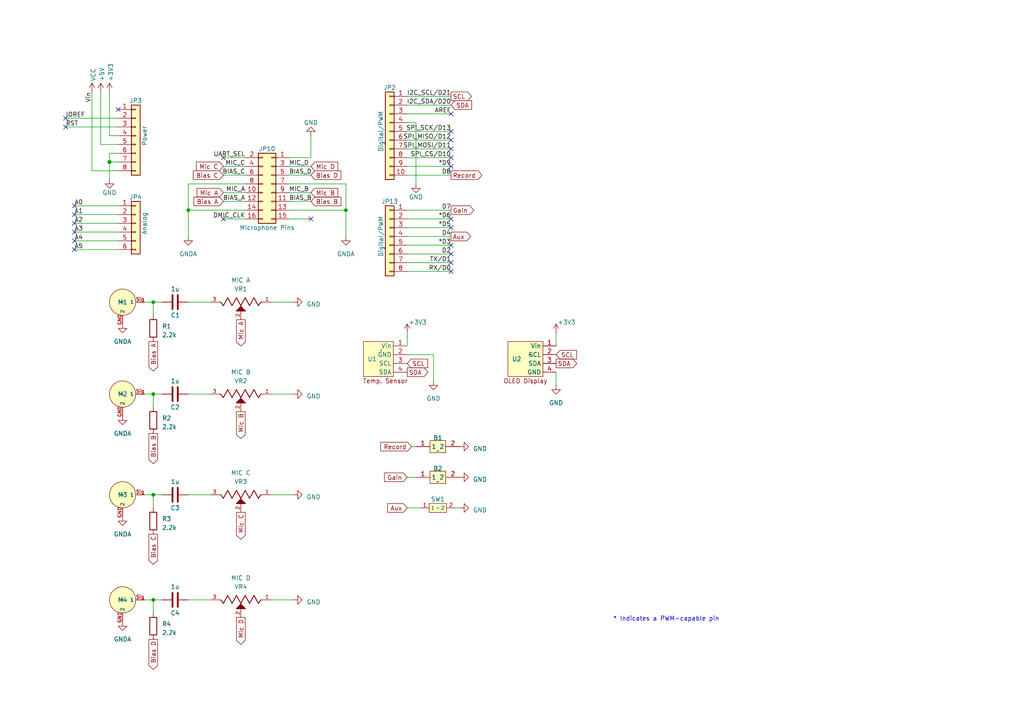
<source format=kicad_sch>
(kicad_sch (version 20230121) (generator eeschema)
  (paper "A4")
  (title_block (title "Memphis Acoustic Sensor") (date "mar. 31 mars 2015"))
  (lib_symbols
    (symbol "3296W-1-103:3296W-1-103" (pin_names (offset 1.016))
      (property "Reference" "VR" (at -6.35 3.81 0))
      (property "Value" "3296W-1-103" (at -5.0926 -5.0926 0))
      (symbol "3296W-1-103_0_0"
        (polyline (pts (xy -6.35 0) (xy -5.842 0)) (stroke (width 0.1524)))
        (polyline (pts (xy -5.842 0) (xy -5.08 1.016)) (stroke (width 0.254)))
        (polyline (pts (xy -5.08 1.016) (xy -3.81 -1.27)) (stroke (width 0.254)))
        (polyline (pts (xy -3.81 -1.27) (xy -2.54 1.016)) (stroke (width 0.254)))
        (polyline (pts (xy -2.54 1.016) (xy -1.27 -1.27)) (stroke (width 0.254)))
        (polyline (pts (xy -1.27 -1.27) (xy 0 1.016)) (stroke (width 0.254)))
        (polyline (pts (xy -1.27 2.54) (xy 1.27 2.54)) (stroke (width 0.254)))
        (polyline (pts (xy 0 1.016) (xy 1.27 -1.27)) (stroke (width 0.254)))
        (polyline (pts (xy 0 1.27) (xy -1.27 2.54)) (stroke (width 0.254)))
        (polyline (pts (xy 1.27 -1.27) (xy 2.54 1.016)) (stroke (width 0.254)))
        (polyline (pts (xy 1.27 2.54) (xy 0 1.27)) (stroke (width 0.254)))
        (polyline (pts (xy 2.54 1.016) (xy 3.81 -1.27)) (stroke (width 0.254)))
        (polyline (pts (xy 3.81 -1.27) (xy 5.08 1.016)) (stroke (width 0.254)))
        (polyline (pts (xy 5.842 0) (xy 5.08 1.016)) (stroke (width 0.254)))
        (polyline (pts (xy 5.842 0) (xy 6.35 0)) (stroke (width 0.1524)))
        (polyline (pts (xy -1.27 2.54) (xy 1.27 2.54) (xy 0 1.27) (xy -1.27 2.54)) (stroke (width 0.254)) (fill (type outline)))
        (pin passive line (at -8.89 0 0) (length 2.54) (name "~") (number "1"))
        (pin passive line (at 0 5.08 270) (length 2.54) (name "~") (number "2"))
        (pin passive line (at 8.89 0 180) (length 2.54) (name "~") (number "3"))
      )
    )
    (symbol "Connector_Generic:Conn_01x06" (pin_names (offset 1.016) hide)
      (property "Reference" "J" (at 0 7.62 0))
      (property "Value" "Conn_01x06" (at 0 -10.16 0))
      (symbol "Conn_01x06_1_1"
        (rectangle (start -1.27 -7.493) (end 0 -7.747) (stroke (width 0.1524)))
        (rectangle (start -1.27 -4.953) (end 0 -5.207) (stroke (width 0.1524)))
        (rectangle (start -1.27 -2.413) (end 0 -2.667) (stroke (width 0.1524)))
        (rectangle (start -1.27 0.127) (end 0 -0.127) (stroke (width 0.1524)))
        (rectangle (start -1.27 2.667) (end 0 2.413) (stroke (width 0.1524)))
        (rectangle (start -1.27 5.207) (end 0 4.953) (stroke (width 0.1524)))
        (rectangle (start -1.27 6.35) (end 1.27 -8.89) (stroke (width 0.254)) (fill (type background)))
        (pin passive line (at -5.08 5.08 0) (length 3.81) (name "Pin_1") (number "1"))
        (pin passive line (at -5.08 2.54 0) (length 3.81) (name "Pin_2") (number "2"))
        (pin passive line (at -5.08 0 0) (length 3.81) (name "Pin_3") (number "3"))
        (pin passive line (at -5.08 -2.54 0) (length 3.81) (name "Pin_4") (number "4"))
        (pin passive line (at -5.08 -5.08 0) (length 3.81) (name "Pin_5") (number "5"))
        (pin passive line (at -5.08 -7.62 0) (length 3.81) (name "Pin_6") (number "6"))
      )
    )
    (symbol "Connector_Generic:Conn_01x08" (pin_names (offset 1.016) hide)
      (property "Reference" "J" (at 0 10.16 0))
      (property "Value" "Conn_01x08" (at 0 -12.7 0))
      (symbol "Conn_01x08_1_1"
        (rectangle (start -1.27 -10.033) (end 0 -10.287) (stroke (width 0.1524)))
        (rectangle (start -1.27 -7.493) (end 0 -7.747) (stroke (width 0.1524)))
        (rectangle (start -1.27 -4.953) (end 0 -5.207) (stroke (width 0.1524)))
        (rectangle (start -1.27 -2.413) (end 0 -2.667) (stroke (width 0.1524)))
        (rectangle (start -1.27 0.127) (end 0 -0.127) (stroke (width 0.1524)))
        (rectangle (start -1.27 2.667) (end 0 2.413) (stroke (width 0.1524)))
        (rectangle (start -1.27 5.207) (end 0 4.953) (stroke (width 0.1524)))
        (rectangle (start -1.27 7.747) (end 0 7.493) (stroke (width 0.1524)))
        (rectangle (start -1.27 8.89) (end 1.27 -11.43) (stroke (width 0.254)) (fill (type background)))
        (pin passive line (at -5.08 7.62 0) (length 3.81) (name "Pin_1") (number "1"))
        (pin passive line (at -5.08 5.08 0) (length 3.81) (name "Pin_2") (number "2"))
        (pin passive line (at -5.08 2.54 0) (length 3.81) (name "Pin_3") (number "3"))
        (pin passive line (at -5.08 0 0) (length 3.81) (name "Pin_4") (number "4"))
        (pin passive line (at -5.08 -2.54 0) (length 3.81) (name "Pin_5") (number "5"))
        (pin passive line (at -5.08 -5.08 0) (length 3.81) (name "Pin_6") (number "6"))
        (pin passive line (at -5.08 -7.62 0) (length 3.81) (name "Pin_7") (number "7"))
        (pin passive line (at -5.08 -10.16 0) (length 3.81) (name "Pin_8") (number "8"))
      )
    )
    (symbol "Connector_Generic:Conn_01x10" (pin_names (offset 1.016) hide)
      (property "Reference" "J" (at 0 12.7 0))
      (property "Value" "Conn_01x10" (at 0 -15.24 0))
      (symbol "Conn_01x10_1_1"
        (rectangle (start -1.27 -12.573) (end 0 -12.827) (stroke (width 0.1524)))
        (rectangle (start -1.27 -10.033) (end 0 -10.287) (stroke (width 0.1524)))
        (rectangle (start -1.27 -7.493) (end 0 -7.747) (stroke (width 0.1524)))
        (rectangle (start -1.27 -4.953) (end 0 -5.207) (stroke (width 0.1524)))
        (rectangle (start -1.27 -2.413) (end 0 -2.667) (stroke (width 0.1524)))
        (rectangle (start -1.27 0.127) (end 0 -0.127) (stroke (width 0.1524)))
        (rectangle (start -1.27 2.667) (end 0 2.413) (stroke (width 0.1524)))
        (rectangle (start -1.27 5.207) (end 0 4.953) (stroke (width 0.1524)))
        (rectangle (start -1.27 7.747) (end 0 7.493) (stroke (width 0.1524)))
        (rectangle (start -1.27 10.287) (end 0 10.033) (stroke (width 0.1524)))
        (rectangle (start -1.27 11.43) (end 1.27 -13.97) (stroke (width 0.254)) (fill (type background)))
        (pin passive line (at -5.08 10.16 0) (length 3.81) (name "Pin_1") (number "1"))
        (pin passive line (at -5.08 -12.7 0) (length 3.81) (name "Pin_10") (number "10"))
        (pin passive line (at -5.08 7.62 0) (length 3.81) (name "Pin_2") (number "2"))
        (pin passive line (at -5.08 5.08 0) (length 3.81) (name "Pin_3") (number "3"))
        (pin passive line (at -5.08 2.54 0) (length 3.81) (name "Pin_4") (number "4"))
        (pin passive line (at -5.08 0 0) (length 3.81) (name "Pin_5") (number "5"))
        (pin passive line (at -5.08 -2.54 0) (length 3.81) (name "Pin_6") (number "6"))
        (pin passive line (at -5.08 -5.08 0) (length 3.81) (name "Pin_7") (number "7"))
        (pin passive line (at -5.08 -7.62 0) (length 3.81) (name "Pin_8") (number "8"))
        (pin passive line (at -5.08 -10.16 0) (length 3.81) (name "Pin_9") (number "9"))
      )
    )
    (symbol "Connector_Generic:Conn_02x08_Odd_Even" (pin_names (offset 1.016) hide)
      (property "Reference" "J" (at 1.27 10.16 0))
      (property "Value" "Conn_02x08_Odd_Even" (at 1.27 -12.7 0))
      (symbol "Conn_02x08_Odd_Even_1_1"
        (rectangle (start -1.27 -10.033) (end 0 -10.287) (stroke (width 0.1524)))
        (rectangle (start -1.27 -7.493) (end 0 -7.747) (stroke (width 0.1524)))
        (rectangle (start -1.27 -4.953) (end 0 -5.207) (stroke (width 0.1524)))
        (rectangle (start -1.27 -2.413) (end 0 -2.667) (stroke (width 0.1524)))
        (rectangle (start -1.27 0.127) (end 0 -0.127) (stroke (width 0.1524)))
        (rectangle (start -1.27 2.667) (end 0 2.413) (stroke (width 0.1524)))
        (rectangle (start -1.27 5.207) (end 0 4.953) (stroke (width 0.1524)))
        (rectangle (start -1.27 7.747) (end 0 7.493) (stroke (width 0.1524)))
        (rectangle (start -1.27 8.89) (end 3.81 -11.43) (stroke (width 0.254)) (fill (type background)))
        (rectangle (start 3.81 -10.033) (end 2.54 -10.287) (stroke (width 0.1524)))
        (rectangle (start 3.81 -7.493) (end 2.54 -7.747) (stroke (width 0.1524)))
        (rectangle (start 3.81 -4.953) (end 2.54 -5.207) (stroke (width 0.1524)))
        (rectangle (start 3.81 -2.413) (end 2.54 -2.667) (stroke (width 0.1524)))
        (rectangle (start 3.81 0.127) (end 2.54 -0.127) (stroke (width 0.1524)))
        (rectangle (start 3.81 2.667) (end 2.54 2.413) (stroke (width 0.1524)))
        (rectangle (start 3.81 5.207) (end 2.54 4.953) (stroke (width 0.1524)))
        (rectangle (start 3.81 7.747) (end 2.54 7.493) (stroke (width 0.1524)))
        (pin passive line (at -5.08 7.62 0) (length 3.81) (name "Pin_1") (number "1"))
        (pin passive line (at 7.62 -2.54 180) (length 3.81) (name "Pin_10") (number "10"))
        (pin passive line (at -5.08 -5.08 0) (length 3.81) (name "Pin_11") (number "11"))
        (pin passive line (at 7.62 -5.08 180) (length 3.81) (name "Pin_12") (number "12"))
        (pin passive line (at -5.08 -7.62 0) (length 3.81) (name "Pin_13") (number "13"))
        (pin passive line (at 7.62 -7.62 180) (length 3.81) (name "Pin_14") (number "14"))
        (pin passive line (at -5.08 -10.16 0) (length 3.81) (name "Pin_15") (number "15"))
        (pin passive line (at 7.62 -10.16 180) (length 3.81) (name "Pin_16") (number "16"))
        (pin passive line (at 7.62 7.62 180) (length 3.81) (name "Pin_2") (number "2"))
        (pin passive line (at -5.08 5.08 0) (length 3.81) (name "Pin_3") (number "3"))
        (pin passive line (at 7.62 5.08 180) (length 3.81) (name "Pin_4") (number "4"))
        (pin passive line (at -5.08 2.54 0) (length 3.81) (name "Pin_5") (number "5"))
        (pin passive line (at 7.62 2.54 180) (length 3.81) (name "Pin_6") (number "6"))
        (pin passive line (at -5.08 0 0) (length 3.81) (name "Pin_7") (number "7"))
        (pin passive line (at 7.62 0 180) (length 3.81) (name "Pin_8") (number "8"))
        (pin passive line (at -5.08 -2.54 0) (length 3.81) (name "Pin_9") (number "9"))
      )
    )
    (symbol "Device:C" (pin_numbers hide) (pin_names (offset 0.254))
      (property "Reference" "C" (at 0.635 2.54 0))
      (property "Value" "C" (at 0.635 -2.54 0))
      (symbol "C_0_1"
        (polyline (pts (xy -2.032 -0.762) (xy 2.032 -0.762)) (stroke (width 0.508)))
        (polyline (pts (xy -2.032 0.762) (xy 2.032 0.762)) (stroke (width 0.508)))
      )
      (symbol "C_1_1"
        (pin passive line (at 0 3.81 270) (length 2.794) (name "~") (number "1"))
        (pin passive line (at 0 -3.81 90) (length 2.794) (name "~") (number "2"))
      )
    )
    (symbol "Device:R" (pin_numbers hide) (pin_names (offset 0))
      (property "Reference" "R" (at 2.032 0 90))
      (property "Value" "R" (at 0 0 90))
      (symbol "R_0_1"
        (rectangle (start -1.016 -2.54) (end 1.016 2.54) (stroke (width 0.254)))
      )
      (symbol "R_1_1"
        (pin passive line (at 0 3.81 270) (length 1.27) (name "~") (number "1"))
        (pin passive line (at 0 -3.81 90) (length 1.27) (name "~") (number "2"))
      )
    )
    (symbol "GND_1" (power) (pin_names (offset 0))
      (property "Value" "GND_1" (at 0 -3.81 0))
      (symbol "GND_1_0_1"
        (polyline (pts (xy 0 0) (xy 0 -1.27) (xy 1.27 -1.27) (xy 0 -2.54) (xy -1.27 -1.27) (xy 0 -1.27)))
      )
      (symbol "GND_1_1_1"
        (pin power_in line (at 0 0 270) (length 0) hide (name "GND") (number "1"))
      )
    )
    (symbol "GND_2" (power) (pin_names (offset 0))
      (property "Value" "GND_2" (at 0 -3.81 0))
      (symbol "GND_2_0_1"
        (polyline (pts (xy 0 0) (xy 0 -1.27) (xy 1.27 -1.27) (xy 0 -2.54) (xy -1.27 -1.27) (xy 0 -1.27)))
      )
      (symbol "GND_2_1_1"
        (pin power_in line (at 0 0 270) (length 0) hide (name "GND") (number "1"))
      )
    )
    (symbol "GND_4" (power) (pin_names (offset 0))
      (property "Value" "GND_4" (at 0 -3.81 0))
      (symbol "GND_4_0_1"
        (polyline (pts (xy 0 0) (xy 0 -1.27) (xy 1.27 -1.27) (xy 0 -2.54) (xy -1.27 -1.27) (xy 0 -1.27)))
      )
      (symbol "GND_4_1_1"
        (pin power_in line (at 0 0 270) (length 0) hide (name "GND") (number "1"))
      )
    )
    (symbol "GND_5" (power) (pin_names (offset 0))
      (property "Value" "GND_5" (at 0 -3.81 0))
      (symbol "GND_5_0_1"
        (polyline (pts (xy 0 0) (xy 0 -1.27) (xy 1.27 -1.27) (xy 0 -2.54) (xy -1.27 -1.27) (xy 0 -1.27)))
      )
      (symbol "GND_5_1_1"
        (pin power_in line (at 0 0 270) (length 0) hide (name "GND") (number "1"))
      )
    )
    (symbol "GND_6" (power) (pin_names (offset 0))
      (property "Value" "GND_6" (at 0 -3.81 0))
      (symbol "GND_6_0_1"
        (polyline (pts (xy 0 0) (xy 0 -1.27) (xy 1.27 -1.27) (xy 0 -2.54) (xy -1.27 -1.27) (xy 0 -1.27)))
      )
      (symbol "GND_6_1_1"
        (pin power_in line (at 0 0 270) (length 0) hide (name "GND") (number "1"))
      )
    )
    (symbol "GND_7" (power) (pin_names (offset 0))
      (property "Value" "GND_7" (at 0 -3.81 0))
      (symbol "GND_7_0_1"
        (polyline (pts (xy 0 0) (xy 0 -1.27) (xy 1.27 -1.27) (xy 0 -2.54) (xy -1.27 -1.27) (xy 0 -1.27)))
      )
      (symbol "GND_7_1_1"
        (pin power_in line (at 0 0 270) (length 0) hide (name "GND") (number "1"))
      )
    )
    (symbol "GND_8" (power) (pin_names (offset 0))
      (property "Value" "GND_8" (at 0 -3.81 0))
      (symbol "GND_8_0_1"
        (polyline (pts (xy 0 0) (xy 0 -1.27) (xy 1.27 -1.27) (xy 0 -2.54) (xy -1.27 -1.27) (xy 0 -1.27)))
      )
      (symbol "GND_8_1_1"
        (pin power_in line (at 0 0 270) (length 0) hide (name "GND") (number "1"))
      )
    )
    (symbol "KevinAcousticSensor:BME280_PCB"
      (property "Reference" "U?" (at -3.81 0 0))
      (symbol "BME280_PCB_0_1"
        (rectangle (start -6.35 5.08) (end 2.286 -5.08) (fill (type background)))
        (text "Temp. Sensor" (at 0 -6.35 0) (effects (font (size 1.27 1.27))))
      )
      (symbol "BME280_PCB_1_1"
        (pin passive line (at 6.35 3.81 180) (length 4) (name "Vin") (number "1"))
        (pin passive line (at 6.35 1.27 180) (length 4) (name "GND") (number "2"))
        (pin passive line (at 6.35 -1.27 180) (length 4) (name "SCL") (number "3"))
        (pin passive line (at 6.35 -3.81 180) (length 4) (name "SDA") (number "4"))
      )
    )
    (symbol "KevinAcousticSensor:Button"
      (property "Reference" "B?" (at 0 4.064 0))
      (symbol "Button_0_1"
        (rectangle (start -2.286 3.048) (end 2.286 -0.508) (fill (type background)))
      )
      (symbol "Button_1_1"
        (pin bidirectional line (at -6.35 1.27 0) (length 4) (name "1") (number "1"))
        (pin bidirectional line (at 6.35 1.27 180) (length 4) (name "2") (number "2"))
      )
    )
    (symbol "KevinAcousticSensor:KevinMic"
      (property "Reference" "M?" (at 0 0 0))
      (symbol "KevinMic_0_0"
        (pin passive line (at 0 -6.35 90) (length 2.54) (name "2") (number "GND"))
        (pin passive line (at 6.35 0 180) (length 2.54) (name "1") (number "Sig"))
      )
      (symbol "KevinMic_0_1"
        (circle (center 0 0) (radius 3.81) (fill (type background)))
      )
    )
    (symbol "KevinAcousticSensor:OLED_Display"
      (property "Reference" "U?" (at -1.27 0 0))
      (symbol "OLED_Display_0_1"
        (rectangle (start -5.08 5.08) (end 5.08 -5.08) (fill (type background)))
        (text "OLED Display" (at 0 -6.35 0) (effects (font (size 1.27 1.27))))
      )
      (symbol "OLED_Display_1_1"
        (pin passive line (at 8.89 3.81 180) (length 3.81) (name "Vin") (number "1"))
        (pin passive line (at 8.89 1.27 180) (length 3.81) (name "SCL") (number "2"))
        (pin passive line (at 8.89 -1.27 180) (length 3.81) (name "SDA") (number "3"))
        (pin passive line (at 8.89 -3.81 180) (length 3.81) (name "GND") (number "4"))
      )
    )
    (symbol "KevinAcousticSensor:Switch"
      (property "Reference" "SW?" (at 0.254 3.048 0))
      (symbol "Switch_0_0"
        (pin passive line (at -5.08 0 0) (length 2.54) (name "1") (number "1"))
        (pin passive line (at 5.08 0 180) (length 2.54) (name "2") (number "2"))
      )
      (symbol "Switch_0_1"
        (rectangle (start -2.54 1.27) (end 2.54 -1.27) (fill (type background)))
      )
    )
    (symbol "power:+3V3" (power) (pin_names (offset 0))
      (property "Value" "+3V3" (at 0 3.556 0))
      (symbol "+3V3_0_1"
        (polyline (pts (xy -0.762 1.27) (xy 0 2.54)))
        (polyline (pts (xy 0 0) (xy 0 2.54)))
        (polyline (pts (xy 0 2.54) (xy 0.762 1.27)))
      )
      (symbol "+3V3_1_1"
        (pin power_in line (at 0 0 90) (length 0) hide (name "+3V3") (number "1"))
      )
    )
    (symbol "power:+5V" (power) (pin_names (offset 0))
      (property "Value" "+5V" (at 0 3.556 0))
      (symbol "+5V_0_1"
        (polyline (pts (xy -0.762 1.27) (xy 0 2.54)))
        (polyline (pts (xy 0 0) (xy 0 2.54)))
        (polyline (pts (xy 0 2.54) (xy 0.762 1.27)))
      )
      (symbol "+5V_1_1"
        (pin power_in line (at 0 0 90) (length 0) hide (name "+5V") (number "1"))
      )
    )
    (symbol "power:GND" (power) (pin_names (offset 0))
      (property "Value" "GND" (at 0 -3.81 0))
      (symbol "GND_0_1"
        (polyline (pts (xy 0 0) (xy 0 -1.27) (xy 1.27 -1.27) (xy 0 -2.54) (xy -1.27 -1.27) (xy 0 -1.27)))
      )
      (symbol "GND_1_1"
        (pin power_in line (at 0 0 270) (length 0) hide (name "GND") (number "1"))
      )
    )
    (symbol "power:GNDA" (power) (pin_names (offset 0))
      (property "Value" "GNDA" (at 0 -3.81 0))
      (symbol "GNDA_0_1"
        (polyline (pts (xy 0 0) (xy 0 -1.27) (xy 1.27 -1.27) (xy 0 -2.54) (xy -1.27 -1.27) (xy 0 -1.27)))
      )
      (symbol "GNDA_1_1"
        (pin power_in line (at 0 0 270) (length 0) hide (name "GNDA") (number "1"))
      )
    )
    (symbol "power:VCC" (power) (pin_names (offset 0))
      (property "Value" "VCC" (at 0 3.81 0))
      (symbol "VCC_0_1"
        (polyline (pts (xy -0.762 1.27) (xy 0 2.54)))
        (polyline (pts (xy 0 0) (xy 0 2.54)))
        (polyline (pts (xy 0 2.54) (xy 0.762 1.27)))
      )
      (symbol "VCC_1_1"
        (pin power_in line (at 0 0 90) (length 0) hide (name "VCC") (number "1"))
      )
    )
  )
  (junction (at 44.45 114.3))
  (junction (at 31.75 46.99) (diameter 1.016))
  (junction (at 100.33 60.96))
  (junction (at 44.45 173.99))
  (junction (at 44.45 143.51))
  (junction (at 54.61 60.96))
  (junction (at 44.45 87.63))
  (no_connect (at 21.59 59.69))
  (no_connect (at 130.81 63.5))
  (no_connect (at 64.77 63.5))
  (no_connect (at 21.59 67.31))
  (no_connect (at 130.81 33.02))
  (no_connect (at 130.81 45.72))
  (no_connect (at 21.59 72.39))
  (no_connect (at 130.81 43.18))
  (no_connect (at 130.81 71.12))
  (no_connect (at 21.59 64.77))
  (no_connect (at 19.05 36.83))
  (no_connect (at 130.81 40.64))
  (no_connect (at 130.81 38.1))
  (no_connect (at 130.81 48.26))
  (no_connect (at 34.29 31.75))
  (no_connect (at 64.77 45.72))
  (no_connect (at 21.59 69.85))
  (no_connect (at 19.05 34.29))
  (no_connect (at 130.81 66.04))
  (no_connect (at 130.81 76.2))
  (no_connect (at 130.81 78.74))
  (no_connect (at 90.17 63.5))
  (no_connect (at 130.81 73.66))
  (no_connect (at 21.59 62.23))
  (wire (pts (xy 118.11 78.74) (xy 130.81 78.74)))
  (wire (pts (xy 44.45 114.3) (xy 44.45 118.11)))
  (wire (pts (xy 118.11 45.72) (xy 130.81 45.72)))
  (wire (pts (xy 118.11 27.94) (xy 130.81 27.94)))
  (wire (pts (xy 90.17 58.42) (xy 83.82 58.42)))
  (wire (pts (xy 31.75 44.45) (xy 31.75 46.99)))
  (wire (pts (xy 21.59 72.39) (xy 34.29 72.39)))
  (wire (pts (xy 54.61 60.96) (xy 54.61 68.58)))
  (wire (pts (xy 78.74 114.3) (xy 85.09 114.3)))
  (wire (pts (xy 31.75 46.99) (xy 31.75 52.07)))
  (wire (pts (xy 161.29 96.52) (xy 161.29 100.33)))
  (wire (pts (xy 90.17 45.72) (xy 83.82 45.72)))
  (wire (pts (xy 31.75 39.37) (xy 34.29 39.37)))
  (wire (pts (xy 54.61 114.3) (xy 60.96 114.3)))
  (wire (pts (xy 29.21 41.91) (xy 34.29 41.91)))
  (wire (pts (xy 118.11 147.32) (xy 121.92 147.32)))
  (wire (pts (xy 29.21 26.67) (xy 29.21 41.91)))
  (wire (pts (xy 71.12 58.42) (xy 64.77 58.42)))
  (wire (pts (xy 118.11 38.1) (xy 130.81 38.1)))
  (wire (pts (xy 31.75 26.67) (xy 31.75 39.37)))
  (wire (pts (xy 118.11 60.96) (xy 130.81 60.96)))
  (wire (pts (xy 90.17 63.5) (xy 83.82 63.5)))
  (wire (pts (xy 54.61 60.96) (xy 71.12 60.96)))
  (wire (pts (xy 34.29 59.69) (xy 21.59 59.69)))
  (wire (pts (xy 71.12 55.88) (xy 64.77 55.88)))
  (wire (pts (xy 118.11 40.64) (xy 130.81 40.64)))
  (wire (pts (xy 44.45 143.51) (xy 46.99 143.51)))
  (wire (pts (xy 118.11 63.5) (xy 130.81 63.5)))
  (wire (pts (xy 44.45 173.99) (xy 44.45 177.8)))
  (wire (pts (xy 44.45 87.63) (xy 46.99 87.63)))
  (wire (pts (xy 100.33 60.96) (xy 100.33 68.58)))
  (wire (pts (xy 120.65 129.54) (xy 119.38 129.54)))
  (wire (pts (xy 90.17 55.88) (xy 83.82 55.88)))
  (wire (pts (xy 118.11 48.26) (xy 130.81 48.26)))
  (wire (pts (xy 161.29 107.95) (xy 161.29 111.76)))
  (wire (pts (xy 118.11 68.58) (xy 130.81 68.58)))
  (wire (pts (xy 44.45 87.63) (xy 44.45 91.44)))
  (wire (pts (xy 54.61 143.51) (xy 60.96 143.51)))
  (wire (pts (xy 71.12 48.26) (xy 64.77 48.26)))
  (wire (pts (xy 19.05 34.29) (xy 34.29 34.29)))
  (wire (pts (xy 41.91 143.51) (xy 44.45 143.51)))
  (wire (pts (xy 44.45 143.51) (xy 44.45 147.32)))
  (wire (pts (xy 54.61 53.34) (xy 54.61 60.96)))
  (wire (pts (xy 118.11 100.33) (xy 118.11 96.52)))
  (wire (pts (xy 78.74 173.99) (xy 85.09 173.99)))
  (wire (pts (xy 41.91 114.3) (xy 44.45 114.3)))
  (wire (pts (xy 100.33 53.34) (xy 83.82 53.34)))
  (wire (pts (xy 120.65 35.56) (xy 120.65 53.34)))
  (wire (pts (xy 132.08 147.32) (xy 133.35 147.32)))
  (wire (pts (xy 44.45 173.99) (xy 46.99 173.99)))
  (wire (pts (xy 118.11 33.02) (xy 130.81 33.02)))
  (wire (pts (xy 100.33 53.34) (xy 100.33 60.96)))
  (wire (pts (xy 78.74 143.51) (xy 85.09 143.51)))
  (wire (pts (xy 54.61 173.99) (xy 60.96 173.99)))
  (wire (pts (xy 34.29 64.77) (xy 21.59 64.77)))
  (wire (pts (xy 19.05 36.83) (xy 34.29 36.83)))
  (wire (pts (xy 78.74 87.63) (xy 85.09 87.63)))
  (wire (pts (xy 83.82 60.96) (xy 100.33 60.96)))
  (wire (pts (xy 34.29 46.99) (xy 31.75 46.99)))
  (wire (pts (xy 71.12 45.72) (xy 64.77 45.72)))
  (wire (pts (xy 34.29 49.53) (xy 26.67 49.53)))
  (wire (pts (xy 21.59 62.23) (xy 34.29 62.23)))
  (wire (pts (xy 90.17 50.8) (xy 83.82 50.8)))
  (wire (pts (xy 90.17 48.26) (xy 83.82 48.26)))
  (wire (pts (xy 44.45 114.3) (xy 46.99 114.3)))
  (wire (pts (xy 118.11 35.56) (xy 120.65 35.56)))
  (wire (pts (xy 34.29 44.45) (xy 31.75 44.45)))
  (wire (pts (xy 54.61 87.63) (xy 60.96 87.63)))
  (wire (pts (xy 118.11 43.18) (xy 130.81 43.18)))
  (wire (pts (xy 90.17 39.37) (xy 90.17 45.72)))
  (wire (pts (xy 71.12 53.34) (xy 54.61 53.34)))
  (wire (pts (xy 118.11 66.04) (xy 130.81 66.04)))
  (wire (pts (xy 21.59 67.31) (xy 34.29 67.31)))
  (wire (pts (xy 41.91 87.63) (xy 44.45 87.63)))
  (wire (pts (xy 41.91 173.99) (xy 44.45 173.99)))
  (wire (pts (xy 71.12 63.5) (xy 64.77 63.5)))
  (wire (pts (xy 125.73 102.87) (xy 125.73 110.49)))
  (wire (pts (xy 118.11 30.48) (xy 130.81 30.48)))
  (wire (pts (xy 118.11 73.66) (xy 130.81 73.66)))
  (wire (pts (xy 118.11 71.12) (xy 130.81 71.12)))
  (wire (pts (xy 120.65 138.43) (xy 118.11 138.43)))
  (wire (pts (xy 118.11 102.87) (xy 125.73 102.87)))
  (wire (pts (xy 118.11 76.2) (xy 130.81 76.2)))
  (wire (pts (xy 26.67 49.53) (xy 26.67 26.67)))
  (wire (pts (xy 71.12 50.8) (xy 64.77 50.8)))
  (wire (pts (xy 34.29 69.85) (xy 21.59 69.85)))
  (wire (pts (xy 118.11 50.8) (xy 130.81 50.8)))
  (text "* Indicates a PWM-capable pin" (at 177.8 180.34 0) (effects (font (size 1.27 1.27)) (justify left bottom)))
  (label "RX{slash}D0" (at 130.81 78.74 180))
  (label "A2" (at 21.59 64.77 0))
  (label "D4" (at 130.81 68.58 180))
  (label "BIAS_B" (at 83.82 58.42 0))
  (label "D2" (at 130.81 73.66 180))
  (label "MIC_D" (at 83.82 48.26 0))
  (label "A3" (at 21.59 67.31 0))
  (label "SPI_SCK{slash}D13" (at 130.81 38.1 180))
  (label "SPI_MISO{slash}D12" (at 130.81 40.64 180))
  (label "BIAS_D" (at 83.82 50.8 0))
  (label "RST" (at 19.05 36.83 0))
  (label "SPI_CS{slash}D10" (at 130.81 45.72 180))
  (label "MIC_B" (at 83.82 55.88 0))
  (label "BIAS_C" (at 71.12 50.8 180))
  (label "D7" (at 130.81 60.96 180))
  (label "I2C_SDA{slash}D20" (at 130.81 30.48 180))
  (label "D8" (at 130.81 50.8 180))
  (label "MIC_C" (at 71.12 48.26 180))
  (label "SPI_MOSI{slash}D11" (at 130.81 43.18 180))
  (label "*D3" (at 130.81 71.12 180))
  (label "UART_SEL" (at 71.12 45.72 180))
  (label "A1" (at 21.59 62.23 0))
  (label "TX{slash}D1" (at 130.81 76.2 180))
  (label "DMIC_CLK" (at 71.12 63.5 180))
  (label "A0" (at 21.59 59.69 0))
  (label "AREF" (at 130.81 33.02 180))
  (label "Vin" (at 26.67 26.67 270))
  (label "*D6" (at 130.81 63.5 180))
  (label "I2C_SCL{slash}D21" (at 130.81 27.94 180))
  (label "*D9" (at 130.81 48.26 180))
  (label "MIC_A" (at 71.12 55.88 180))
  (label "*D5" (at 130.81 66.04 180))
  (label "IOREF" (at 19.05 34.29 0))
  (label "BIAS_A" (at 71.12 58.42 180))
  (label "A4" (at 21.59 69.85 0))
  (label "A5" (at 21.59 72.39 0))
  (global_label "SCL" (shape input) (at 161.29 102.87 0) (property "Intersheetrefs" "${INTERSHEET_REFS}" (effects hide)))
  (global_label "Mic D" (shape input) (at 90.17 48.26 0) (property "Intersheetrefs" "${INTERSHEET_REFS}" (effects hide)))
  (global_label "Bias B" (shape output) (at 44.45 125.73 270) (property "Intersheetrefs" "${INTERSHEET_REFS}" (effects hide)))
  (global_label "Gain" (shape input) (at 118.11 138.43 180) (property "Intersheetrefs" "${INTERSHEET_REFS}" (effects hide)))
  (global_label "Mic B" (shape output) (at 69.85 119.38 270) (property "Intersheetrefs" "${INTERSHEET_REFS}" (effects hide)))
  (global_label "Mic B" (shape input) (at 90.17 55.88 0) (property "Intersheetrefs" "${INTERSHEET_REFS}" (effects hide)))
  (global_label "SDA" (shape output) (at 161.29 105.41 0) (property "Intersheetrefs" "${INTERSHEET_REFS}" (effects hide)))
  (global_label "Gain" (shape output) (at 130.81 60.96 0) (property "Intersheetrefs" "${INTERSHEET_REFS}" (effects hide)))
  (global_label "Bias B" (shape input) (at 90.17 58.42 0) (property "Intersheetrefs" "${INTERSHEET_REFS}" (effects hide)))
  (global_label "Mic C" (shape output) (at 69.85 148.59 270) (property "Intersheetrefs" "${INTERSHEET_REFS}" (effects hide)))
  (global_label "Bias D" (shape input) (at 90.17 50.8 0) (property "Intersheetrefs" "${INTERSHEET_REFS}" (effects hide)))
  (global_label "Mic C" (shape input) (at 64.77 48.26 180) (property "Intersheetrefs" "${INTERSHEET_REFS}" (effects hide)))
  (global_label "SDA" (shape input) (at 130.81 30.48 0) (property "Intersheetrefs" "${INTERSHEET_REFS}" (effects hide)))
  (global_label "Record" (shape output) (at 130.81 50.8 0) (property "Intersheetrefs" "${INTERSHEET_REFS}" (effects hide)))
  (global_label "Aux" (shape input) (at 118.11 147.32 180) (property "Intersheetrefs" "${INTERSHEET_REFS}" (effects hide)))
  (global_label "SDA" (shape output) (at 118.11 107.95 0) (property "Intersheetrefs" "${INTERSHEET_REFS}" (effects hide)))
  (global_label "Aux" (shape output) (at 130.81 68.58 0) (property "Intersheetrefs" "${INTERSHEET_REFS}" (effects hide)))
  (global_label "Bias C" (shape input) (at 64.77 50.8 180) (property "Intersheetrefs" "${INTERSHEET_REFS}" (effects hide)))
  (global_label "SCL" (shape input) (at 118.11 105.41 0) (property "Intersheetrefs" "${INTERSHEET_REFS}" (effects hide)))
  (global_label "Bias D" (shape output) (at 44.45 185.42 270) (property "Intersheetrefs" "${INTERSHEET_REFS}" (effects hide)))
  (global_label "Bias A" (shape output) (at 44.45 99.06 270) (property "Intersheetrefs" "${INTERSHEET_REFS}" (effects hide)))
  (global_label "Bias C" (shape output) (at 44.45 154.94 270) (property "Intersheetrefs" "${INTERSHEET_REFS}" (effects hide)))
  (global_label "Mic A" (shape input) (at 64.77 55.88 180) (property "Intersheetrefs" "${INTERSHEET_REFS}" (effects hide)))
  (global_label "Mic A" (shape output) (at 69.85 92.71 270) (property "Intersheetrefs" "${INTERSHEET_REFS}" (effects hide)))
  (global_label "SCL" (shape output) (at 130.81 27.94 0) (property "Intersheetrefs" "${INTERSHEET_REFS}" (effects hide)))
  (global_label "Bias A" (shape input) (at 64.77 58.42 180) (property "Intersheetrefs" "${INTERSHEET_REFS}" (effects hide)))
  (global_label "Record" (shape input) (at 119.38 129.54 180) (property "Intersheetrefs" "${INTERSHEET_REFS}" (effects hide)))
  (global_label "Mic D" (shape output) (at 69.85 179.07 270) (property "Intersheetrefs" "${INTERSHEET_REFS}" (effects hide)))
  (symbol (lib_id "Connector_Generic:Conn_01x08") (at 39.37 39.37 0) (unit 1)
    (property "Reference" "JP3" (at 39.37 29.21 0))
    (property "Value" "Power" (at 41.91 39.37 90))
    (property "Footprint" "Connector_PinSocket_2.54mm:PinSocket_1x08_P2.54mm_Vertical" (effects hide))
  )
  (symbol (lib_id "power:+3V3") (at 31.75 26.67 0) (unit 1)
    (property "Reference" "#PWR03" (effects hide))
    (property "Value" "+3.3V" (at 32.131 23.622 90) (effects (justify left)))
  )
  (symbol (lib_id "power:+5V") (at 29.21 26.67 0) (unit 1)
    (property "Reference" "#PWR02" (effects hide))
    (property "Value" "VOUT" (at 29.5656 23.622 90) (effects (justify left)))
  )
  (symbol (lib_id "power:GND") (at 31.75 52.07 0) (unit 1)
    (property "Reference" "#PWR04" (effects hide))
    (property "Value" "GND" (at 31.75 55.88 0))
  )
  (symbol (lib_id "Connector_Generic:Conn_01x10") (at 113.03 38.1 0) (mirror y) (unit 1)
    (property "Reference" "JP2" (at 113.03 25.4 0))
    (property "Value" "Digital/PWM" (at 110.49 38.1 90))
    (property "Footprint" "Connector_PinSocket_2.54mm:PinSocket_1x10_P2.54mm_Vertical" (effects hide))
  )
  (symbol (lib_id "power:GND") (at 120.65 53.34 0) (unit 1)
    (property "Reference" "#PWR05" (effects hide))
    (property "Value" "GND" (at 120.65 57.15 0))
  )
  (symbol (lib_id "Connector_Generic:Conn_01x06") (at 39.37 64.77 0) (unit 1)
    (property "Reference" "JP4" (at 39.37 57.15 0))
    (property "Value" "Analog" (at 41.91 64.77 90))
    (property "Footprint" "Connector_PinSocket_2.54mm:PinSocket_1x06_P2.54mm_Vertical" (effects hide))
  )
  (symbol (lib_id "Connector_Generic:Conn_01x08") (at 113.03 68.58 0) (mirror y) (unit 1)
    (property "Reference" "JP13" (at 113.03 58.42 0))
    (property "Value" "Digital/PWM" (at 110.49 68.58 90))
    (property "Footprint" "Connector_PinSocket_2.54mm:PinSocket_1x08_P2.54mm_Vertical" (effects hide))
  )
  (symbol (lib_id "power:+3V3") (at 161.29 96.52 0) (unit 1)
    (property "Reference" "#PWR023" (effects hide))
    (property "Value" "+3.3V" (at 161.671 93.472 0) (effects (justify left)))
  )
  (symbol (lib_id "KevinAcousticSensor:Button") (at 127 130.81 0) (unit 1)
    (property "Reference" "B1" (at 127 127 0))
    (property "Value" "~" (at 127 130.81 0))
    (property "Footprint" "KevinAcousticSensor:Jumper-Cable_Button-Switch" (effects hide))
  )
  (symbol (lib_name "GND_2") (lib_id "power:GND") (at 90.17 39.37 0) (mirror x) (unit 1)
    (property "Reference" "#PWR08" (effects hide))
    (property "Value" "GND" (at 90.17 35.56 0))
  )
  (symbol (lib_id "KevinAcousticSensor:KevinMic") (at 35.56 173.99 0) (unit 1)
    (property "Reference" "M4" (at 35.56 173.99 0))
    (property "Value" "~" (at 35.56 173.99 0))
  )
  (symbol (lib_id "Device:C") (at 50.8 143.51 90) (unit 1)
    (property "Reference" "C3" (at 50.8 147.32 90))
    (property "Value" "1u" (at 50.8 139.7 90))
    (property "Footprint" "Capacitor_THT:C_Disc_D4.3mm_W1.9mm_P5.00mm" (effects hide))
  )
  (symbol (lib_id "KevinAcousticSensor:OLED_Display") (at 152.4 104.14 0) (unit 1)
    (property "Reference" "U2" (at 149.86 104.14 0))
    (property "Value" "~" (at 153.67 102.87 0))
    (property "Footprint" "KevinAcousticSensor:OLED_Display" (effects hide))
  )
  (symbol (lib_id "Device:R") (at 44.45 181.61 0) (unit 1)
    (property "Reference" "R4" (at 46.99 180.975 0) (effects (justify left)))
    (property "Value" "2.2k" (at 46.99 183.515 0) (effects (justify left)))
    (property "Footprint" "Resistor_THT:R_Axial_DIN0207_L6.3mm_D2.5mm_P10.16mm_Horizontal" (effects hide))
  )
  (symbol (lib_id "KevinAcousticSensor:KevinMic") (at 35.56 143.51 0) (unit 1)
    (property "Reference" "M3" (at 35.56 143.51 0))
    (property "Value" "~" (at 35.56 143.51 0))
  )
  (symbol (lib_id "power:GNDA") (at 35.56 149.86 0) (unit 1)
    (property "Reference" "#PWR014" (effects hide))
    (property "Value" "MIC_GND" (at 35.56 154.94 0))
  )
  (symbol (lib_id "KevinAcousticSensor:Switch") (at 127 147.32 0) (unit 1)
    (property "Reference" "SW1" (at 127 144.78 0))
    (property "Value" "~" (at 127 147.32 0))
    (property "Footprint" "KevinAcousticSensor:Jumper-Cable_Button-Switch" (effects hide))
  )
  (symbol (lib_name "GND_1") (lib_id "power:GND") (at 85.09 173.99 90) (mirror x) (unit 1)
    (property "Reference" "#PWR012" (effects hide))
    (property "Value" "MIC_GND" (at 88.9 174.625 90) (effects (justify right)))
  )
  (symbol (lib_id "Device:C") (at 50.8 173.99 90) (unit 1)
    (property "Reference" "C4" (at 50.8 177.8 90))
    (property "Value" "1u" (at 50.8 170.18 90))
    (property "Footprint" "Capacitor_THT:C_Disc_D4.3mm_W1.9mm_P5.00mm" (effects hide))
  )
  (symbol (lib_id "Connector_Generic:Conn_02x08_Odd_Even") (at 78.74 53.34 0) (mirror y) (unit 1)
    (property "Reference" "JP10" (at 77.47 43.18 0))
    (property "Value" "Microphone Pins" (at 77.47 66.04 0))
    (property "Footprint" "Connector_PinSocket_2.54mm:PinSocket_2x08_P2.54mm_Vertical" (effects hide))
  )
  (symbol (lib_id "Device:C") (at 50.8 114.3 90) (unit 1)
    (property "Reference" "C2" (at 50.8 118.11 90))
    (property "Value" "1u" (at 50.8 110.49 90))
    (property "Footprint" "Capacitor_THT:C_Disc_D4.3mm_W1.9mm_P5.00mm" (effects hide))
  )
  (symbol (lib_id "power:GNDA") (at 35.56 180.34 0) (unit 1)
    (property "Reference" "#PWR015" (effects hide))
    (property "Value" "MIC_GND" (at 35.56 185.42 0))
  )
  (symbol (lib_name "GND_1") (lib_id "power:GND") (at 85.09 87.63 90) (mirror x) (unit 1)
    (property "Reference" "#PWR09" (effects hide))
    (property "Value" "MIC_GND" (at 88.9 88.265 90) (effects (justify right)))
  )
  (symbol (lib_id "Device:R") (at 44.45 95.25 0) (unit 1)
    (property "Reference" "R1" (at 46.99 94.615 0) (effects (justify left)))
    (property "Value" "2.2k" (at 46.99 97.155 0) (effects (justify left)))
    (property "Footprint" "Resistor_THT:R_Axial_DIN0207_L6.3mm_D2.5mm_P10.16mm_Horizontal" (effects hide))
  )
  (symbol (lib_id "3296W-1-103:3296W-1-103") (at 69.85 143.51 180) (unit 1)
    (property "Reference" "VR3" (at 69.85 139.7 0))
    (property "Value" "MIC C" (at 69.85 137.16 0))
    (property "Footprint" "KevinAcousticSensor:TRIM_3296W-1-103" (effects hide))
    (property "DigiKey_Part_Number" "3296W-103-ND" (effects hide))
    (property "MF" "Bourns" (effects hide))
    (property "Purchase-URL" "https://www.snapeda.com/api/url_track_click_mouser/?unipart_id=421595&manufacturer=Bourns&part_name=3296W-1-103&search_term=None" (effects hide))
    (property "Package" "NON STANDARD-3 Bourns" (effects hide))
    (property "Check_prices" "https://www.snapeda.com/parts/3296W-1-103/Bourns/view-part/?ref=eda" (effects hide))
    (property "STANDARD" "Manufacturer Recommendation" (effects hide))
    (property "PARTREV" "05/16" (effects hide))
    (property "SnapEDA_Link" "https://www.snapeda.com/parts/3296W-1-103/Bourns/view-part/?ref=snap" (effects hide))
    (property "MP" "3296W-1-103" (effects hide))
    (property "Description" "\nTrimmer,Cermet,Rest 10 Kilohms,PCB,25 Turns, Pwr-Rtg 0.5W | Bourns 3296W-1-103\n" (effects hide))
    (property "MANUFACTURER" "Bourns" (effects hide))
  )
  (symbol (lib_id "power:VCC") (at 26.67 26.67 0) (unit 1)
    (property "Reference" "#PWR01" (effects hide))
    (property "Value" "5V_IN_PIN" (at 27.051 23.622 90) (effects (justify left)))
  )
  (symbol (lib_name "GND_7") (lib_id "power:GND") (at 125.73 110.49 0) (unit 1)
    (property "Reference" "#PWR020" (effects hide))
    (property "Value" "GND" (at 125.73 115.57 0))
  )
  (symbol (lib_id "KevinAcousticSensor:KevinMic") (at 35.56 87.63 0) (unit 1)
    (property "Reference" "M1" (at 35.56 87.63 0))
    (property "Value" "~" (at 35.56 87.63 0))
  )
  (symbol (lib_id "KevinAcousticSensor:BME280_PCB") (at 111.76 104.14 0) (unit 1)
    (property "Reference" "U1" (at 107.95 104.14 0))
    (property "Value" "~" (at 110.49 101.6 90))
    (property "Footprint" "KevinAcousticSensor:OLED_Display" (effects hide))
  )
  (symbol (lib_id "power:GNDA") (at 100.33 68.58 0) (unit 1)
    (property "Reference" "#PWR07" (effects hide))
    (property "Value" "MIC_GND" (at 100.33 73.66 0))
  )
  (symbol (lib_id "power:GNDA") (at 35.56 120.65 0) (unit 1)
    (property "Reference" "#PWR013" (effects hide))
    (property "Value" "MIC_GND" (at 35.56 125.73 0))
  )
  (symbol (lib_id "power:GNDA") (at 54.61 68.58 0) (unit 1)
    (property "Reference" "#PWR024" (effects hide))
    (property "Value" "MIC_GND" (at 54.61 73.66 0))
  )
  (symbol (lib_name "GND_5") (lib_id "power:GND") (at 133.35 138.43 90) (unit 1)
    (property "Reference" "#PWR018" (effects hide))
    (property "Value" "GND" (at 137.16 139.065 90) (effects (justify right)))
  )
  (symbol (lib_name "GND_6") (lib_id "power:GND") (at 133.35 147.32 90) (unit 1)
    (property "Reference" "#PWR019" (effects hide))
    (property "Value" "GND" (at 137.16 147.955 90) (effects (justify right)))
  )
  (symbol (lib_id "Device:R") (at 44.45 121.92 0) (unit 1)
    (property "Reference" "R2" (at 46.99 121.285 0) (effects (justify left)))
    (property "Value" "2.2k" (at 46.99 123.825 0) (effects (justify left)))
    (property "Footprint" "Resistor_THT:R_Axial_DIN0207_L6.3mm_D2.5mm_P10.16mm_Horizontal" (effects hide))
  )
  (symbol (lib_name "GND_8") (lib_id "power:GND") (at 161.29 111.76 0) (unit 1)
    (property "Reference" "#PWR021" (effects hide))
    (property "Value" "GND" (at 161.29 116.84 0))
  )
  (symbol (lib_name "GND_1") (lib_id "power:GND") (at 85.09 114.3 90) (mirror x) (unit 1)
    (property "Reference" "#PWR010" (effects hide))
    (property "Value" "MIC_GND" (at 88.9 114.935 90) (effects (justify right)))
  )
  (symbol (lib_id "3296W-1-103:3296W-1-103") (at 69.85 114.3 180) (unit 1)
    (property "Reference" "VR2" (at 69.85 110.49 0))
    (property "Value" "MIC B" (at 69.85 107.95 0))
    (property "Footprint" "KevinAcousticSensor:TRIM_3296W-1-103" (effects hide))
    (property "DigiKey_Part_Number" "3296W-103-ND" (effects hide))
    (property "MF" "Bourns" (effects hide))
    (property "Purchase-URL" "https://www.snapeda.com/api/url_track_click_mouser/?unipart_id=421595&manufacturer=Bourns&part_name=3296W-1-103&search_term=None" (effects hide))
    (property "Package" "NON STANDARD-3 Bourns" (effects hide))
    (property "Check_prices" "https://www.snapeda.com/parts/3296W-1-103/Bourns/view-part/?ref=eda" (effects hide))
    (property "STANDARD" "Manufacturer Recommendation" (effects hide))
    (property "PARTREV" "05/16" (effects hide))
    (property "SnapEDA_Link" "https://www.snapeda.com/parts/3296W-1-103/Bourns/view-part/?ref=snap" (effects hide))
    (property "MP" "3296W-1-103" (effects hide))
    (property "Description" "\nTrimmer,Cermet,Rest 10 Kilohms,PCB,25 Turns, Pwr-Rtg 0.5W | Bourns 3296W-1-103\n" (effects hide))
    (property "MANUFACTURER" "Bourns" (effects hide))
  )
  (symbol (lib_id "power:+3V3") (at 118.11 96.52 0) (unit 1)
    (property "Reference" "#PWR022" (effects hide))
    (property "Value" "+3.3V" (at 118.491 93.472 0) (effects (justify left)))
  )
  (symbol (lib_id "3296W-1-103:3296W-1-103") (at 69.85 87.63 180) (unit 1)
    (property "Reference" "VR1" (at 69.85 83.82 0))
    (property "Value" "MIC A" (at 69.85 81.28 0))
    (property "Footprint" "KevinAcousticSensor:TRIM_3296W-1-103" (effects hide))
    (property "DigiKey_Part_Number" "3296W-103-ND" (effects hide))
    (property "MF" "Bourns" (effects hide))
    (property "Purchase-URL" "https://www.snapeda.com/api/url_track_click_mouser/?unipart_id=421595&manufacturer=Bourns&part_name=3296W-1-103&search_term=None" (effects hide))
    (property "Package" "NON STANDARD-3 Bourns" (effects hide))
    (property "Check_prices" "https://www.snapeda.com/parts/3296W-1-103/Bourns/view-part/?ref=eda" (effects hide))
    (property "STANDARD" "Manufacturer Recommendation" (effects hide))
    (property "PARTREV" "05/16" (effects hide))
    (property "SnapEDA_Link" "https://www.snapeda.com/parts/3296W-1-103/Bourns/view-part/?ref=snap" (effects hide))
    (property "MP" "3296W-1-103" (effects hide))
    (property "Description" "\nTrimmer,Cermet,Rest 10 Kilohms,PCB,25 Turns, Pwr-Rtg 0.5W | Bourns 3296W-1-103\n" (effects hide))
    (property "MANUFACTURER" "Bourns" (effects hide))
  )
  (symbol (lib_id "KevinAcousticSensor:Button") (at 127 139.7 0) (unit 1)
    (property "Reference" "B2" (at 127 135.89 0))
    (property "Value" "~" (at 127 139.7 0))
    (property "Footprint" "KevinAcousticSensor:Jumper-Cable_Button-Switch" (effects hide))
  )
  (symbol (lib_id "3296W-1-103:3296W-1-103") (at 69.85 173.99 180) (unit 1)
    (property "Reference" "VR4" (at 69.85 170.18 0))
    (property "Value" "MIC D" (at 69.85 167.64 0))
    (property "Footprint" "KevinAcousticSensor:TRIM_3296W-1-103" (effects hide))
    (property "DigiKey_Part_Number" "3296W-103-ND" (effects hide))
    (property "MF" "Bourns" (effects hide))
    (property "Purchase-URL" "https://www.snapeda.com/api/url_track_click_mouser/?unipart_id=421595&manufacturer=Bourns&part_name=3296W-1-103&search_term=None" (effects hide))
    (property "Package" "NON STANDARD-3 Bourns" (effects hide))
    (property "Check_prices" "https://www.snapeda.com/parts/3296W-1-103/Bourns/view-part/?ref=eda" (effects hide))
    (property "STANDARD" "Manufacturer Recommendation" (effects hide))
    (property "PARTREV" "05/16" (effects hide))
    (property "SnapEDA_Link" "https://www.snapeda.com/parts/3296W-1-103/Bourns/view-part/?ref=snap" (effects hide))
    (property "MP" "3296W-1-103" (effects hide))
    (property "Description" "\nTrimmer,Cermet,Rest 10 Kilohms,PCB,25 Turns, Pwr-Rtg 0.5W | Bourns 3296W-1-103\n" (effects hide))
    (property "MANUFACTURER" "Bourns" (effects hide))
  )
  (symbol (lib_id "Device:C") (at 50.8 87.63 270) (unit 1)
    (property "Reference" "C1" (at 49.53 91.44 90) (effects (justify left)))
    (property "Value" "1u" (at 49.53 83.82 90) (effects (justify left)))
    (property "Footprint" "Capacitor_THT:C_Disc_D4.3mm_W1.9mm_P5.00mm" (effects hide))
  )
  (symbol (lib_name "GND_4") (lib_id "power:GND") (at 133.35 129.54 90) (unit 1)
    (property "Reference" "#PWR017" (effects hide))
    (property "Value" "GND" (at 137.16 130.175 90) (effects (justify right)))
  )
  (symbol (lib_id "Device:R") (at 44.45 151.13 0) (unit 1)
    (property "Reference" "R3" (at 46.99 150.495 0) (effects (justify left)))
    (property "Value" "2.2k" (at 46.99 153.035 0) (effects (justify left)))
    (property "Footprint" "Resistor_THT:R_Axial_DIN0207_L6.3mm_D2.5mm_P10.16mm_Horizontal" (effects hide))
  )
  (symbol (lib_name "GND_1") (lib_id "power:GND") (at 85.09 143.51 90) (mirror x) (unit 1)
    (property "Reference" "#PWR011" (effects hide))
    (property "Value" "MIC_GND" (at 88.9 144.145 90) (effects (justify right)))
  )
  (symbol (lib_id "power:GNDA") (at 35.56 93.98 0) (unit 1)
    (property "Reference" "#PWR06" (effects hide))
    (property "Value" "MIC_GND" (at 35.56 99.06 0))
  )
  (symbol (lib_id "KevinAcousticSensor:KevinMic") (at 35.56 114.3 0) (unit 1)
    (property "Reference" "M2" (at 35.56 114.3 0))
    (property "Value" "~" (at 35.56 114.3 0))
  )
)
</source>
